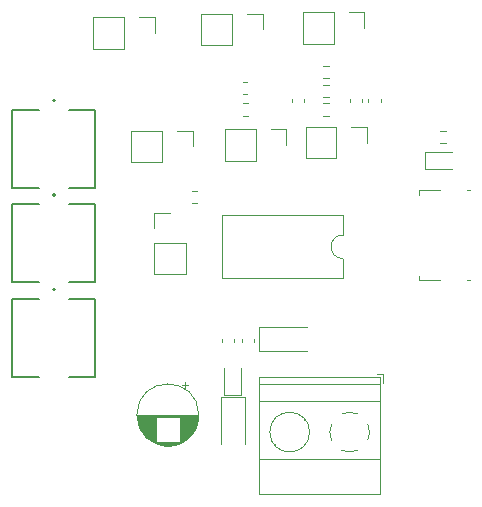
<source format=gbr>
%TF.GenerationSoftware,KiCad,Pcbnew,8.0.5*%
%TF.CreationDate,2024-09-29T15:37:39+05:30*%
%TF.ProjectId,waveform_generator,77617665-666f-4726-9d5f-67656e657261,rev?*%
%TF.SameCoordinates,Original*%
%TF.FileFunction,Legend,Top*%
%TF.FilePolarity,Positive*%
%FSLAX46Y46*%
G04 Gerber Fmt 4.6, Leading zero omitted, Abs format (unit mm)*
G04 Created by KiCad (PCBNEW 8.0.5) date 2024-09-29 15:37:39*
%MOMM*%
%LPD*%
G01*
G04 APERTURE LIST*
%ADD10C,0.120000*%
%ADD11C,0.127000*%
%ADD12C,0.200000*%
G04 APERTURE END LIST*
D10*
%TO.C,C5*%
X211090000Y-58784420D02*
X211090000Y-59065580D01*
X212110000Y-58784420D02*
X212110000Y-59065580D01*
%TO.C,J4*%
X201820000Y-92261000D02*
X201820000Y-82340000D01*
X203145000Y-88069000D02*
X203192000Y-88023000D01*
X203350000Y-88275000D02*
X203385000Y-88239000D01*
X205454000Y-85761000D02*
X205489000Y-85726000D01*
X205647000Y-85977000D02*
X205694000Y-85931000D01*
X212100000Y-82340000D02*
X201820000Y-82340000D01*
X212100000Y-82900000D02*
X201820000Y-82900000D01*
X212100000Y-84400000D02*
X201820000Y-84400000D01*
X212100000Y-89301000D02*
X201820000Y-89301000D01*
X212100000Y-92261000D02*
X201820000Y-92261000D01*
X212100000Y-92261000D02*
X212100000Y-82340000D01*
X212340000Y-82100000D02*
X211840000Y-82100000D01*
X212340000Y-82840000D02*
X212340000Y-82100000D01*
X207964573Y-87683042D02*
G75*
G02*
X207965000Y-86316000I1535427J683042D01*
G01*
X208816682Y-85465244D02*
G75*
G02*
X209500000Y-85320000I683318J-1534756D01*
G01*
X209471195Y-85319747D02*
G75*
G02*
X210184000Y-85465000I28806J-1680254D01*
G01*
X210183042Y-88535427D02*
G75*
G02*
X208816000Y-88535000I-683041J1535420D01*
G01*
X211035427Y-86316958D02*
G75*
G02*
X211035000Y-87684000I-1535420J-683041D01*
G01*
X206100000Y-87000000D02*
G75*
G02*
X202740000Y-87000000I-1680000J0D01*
G01*
X202740000Y-87000000D02*
G75*
G02*
X206100000Y-87000000I1680000J0D01*
G01*
%TO.C,C2*%
X200390000Y-79134420D02*
X200390000Y-79415580D01*
X201410000Y-79134420D02*
X201410000Y-79415580D01*
%TO.C,C6*%
X209490000Y-58759420D02*
X209490000Y-59040580D01*
X210510000Y-58759420D02*
X210510000Y-59040580D01*
%TO.C,JP4*%
X205770000Y-61170000D02*
X205770000Y-63830000D01*
X208370000Y-61170000D02*
X205770000Y-61170000D01*
X208370000Y-61170000D02*
X208370000Y-63830000D01*
X208370000Y-63830000D02*
X205770000Y-63830000D01*
X209640000Y-61170000D02*
X210970000Y-61170000D01*
X210970000Y-61170000D02*
X210970000Y-62500000D01*
%TO.C,J1*%
X187805000Y-51870000D02*
X187805000Y-54530000D01*
X190405000Y-51870000D02*
X187805000Y-51870000D01*
X190405000Y-51870000D02*
X190405000Y-54530000D01*
X190405000Y-54530000D02*
X187805000Y-54530000D01*
X191675000Y-51870000D02*
X193005000Y-51870000D01*
X193005000Y-51870000D02*
X193005000Y-53200000D01*
%TO.C,C8*%
X198865000Y-81587500D02*
X198865000Y-83872500D01*
X198865000Y-83872500D02*
X200335000Y-83872500D01*
X200335000Y-83872500D02*
X200335000Y-81587500D01*
%TO.C,R5*%
X207237742Y-55977500D02*
X207712258Y-55977500D01*
X207237742Y-57022500D02*
X207712258Y-57022500D01*
%TO.C,C3*%
X200484420Y-57390000D02*
X200765580Y-57390000D01*
X200484420Y-58410000D02*
X200765580Y-58410000D01*
%TO.C,R6*%
X217162742Y-61477500D02*
X217637258Y-61477500D01*
X217162742Y-62522500D02*
X217637258Y-62522500D01*
%TO.C,J2*%
X196930000Y-51570000D02*
X196930000Y-54230000D01*
X199530000Y-51570000D02*
X196930000Y-51570000D01*
X199530000Y-51570000D02*
X199530000Y-54230000D01*
X199530000Y-54230000D02*
X196930000Y-54230000D01*
X200800000Y-51570000D02*
X202130000Y-51570000D01*
X202130000Y-51570000D02*
X202130000Y-52900000D01*
%TO.C,C1*%
X198690000Y-79134420D02*
X198690000Y-79415580D01*
X199710000Y-79134420D02*
X199710000Y-79415580D01*
D11*
%TO.C,RV4*%
X180930000Y-82300000D02*
X180930000Y-75700000D01*
X180940000Y-75700000D02*
X183225000Y-75700000D01*
X183225000Y-82300000D02*
X180940000Y-82300000D01*
X185765000Y-75700000D02*
X187930000Y-75700000D01*
X187930000Y-75700000D02*
X187930000Y-82300000D01*
X187930000Y-82300000D02*
X185765000Y-82300000D01*
D12*
X184560000Y-74936000D02*
G75*
G02*
X184360000Y-74936000I-100000J0D01*
G01*
X184360000Y-74936000D02*
G75*
G02*
X184560000Y-74936000I100000J0D01*
G01*
D10*
%TO.C,U1*%
X198650000Y-68660000D02*
X198650000Y-73960000D01*
X198650000Y-73960000D02*
X208930000Y-73960000D01*
X208930000Y-68660000D02*
X198650000Y-68660000D01*
X208930000Y-70310000D02*
X208930000Y-68660000D01*
X208930000Y-73960000D02*
X208930000Y-72310000D01*
X208930000Y-72310000D02*
G75*
G02*
X208930000Y-70310000I0J1000000D01*
G01*
%TO.C,C4*%
X204590000Y-58784420D02*
X204590000Y-59065580D01*
X205610000Y-58784420D02*
X205610000Y-59065580D01*
D11*
%TO.C,RV2*%
X180930000Y-74300000D02*
X180930000Y-67700000D01*
X180940000Y-67700000D02*
X183225000Y-67700000D01*
X183225000Y-74300000D02*
X180940000Y-74300000D01*
X185765000Y-67700000D02*
X187930000Y-67700000D01*
X187930000Y-67700000D02*
X187930000Y-74300000D01*
X187930000Y-74300000D02*
X185765000Y-74300000D01*
D12*
X184560000Y-66936000D02*
G75*
G02*
X184360000Y-66936000I-100000J0D01*
G01*
X184360000Y-66936000D02*
G75*
G02*
X184560000Y-66936000I100000J0D01*
G01*
D10*
%TO.C,J5*%
X215390000Y-66540000D02*
X215390000Y-66920000D01*
X215390000Y-66540000D02*
X217160000Y-66540000D01*
X215390000Y-74160000D02*
X215390000Y-73780000D01*
X217160000Y-74160000D02*
X215390000Y-74160000D01*
X219440000Y-66540000D02*
X219700000Y-66540000D01*
X219700000Y-74160000D02*
X219440000Y-74160000D01*
%TO.C,R4*%
X207712258Y-57577500D02*
X207237742Y-57577500D01*
X207712258Y-58622500D02*
X207237742Y-58622500D01*
%TO.C,R2*%
X200912258Y-59177500D02*
X200437742Y-59177500D01*
X200912258Y-60222500D02*
X200437742Y-60222500D01*
%TO.C,JP2*%
X191005000Y-61470000D02*
X191005000Y-64130000D01*
X193605000Y-61470000D02*
X191005000Y-61470000D01*
X193605000Y-61470000D02*
X193605000Y-64130000D01*
X193605000Y-64130000D02*
X191005000Y-64130000D01*
X194875000Y-61470000D02*
X196205000Y-61470000D01*
X196205000Y-61470000D02*
X196205000Y-62800000D01*
%TO.C,D2*%
X201840000Y-78100000D02*
X201840000Y-80100000D01*
X201840000Y-78100000D02*
X205850000Y-78100000D01*
X201840000Y-80100000D02*
X205850000Y-80100000D01*
%TO.C,D1*%
X198600000Y-84040000D02*
X198600000Y-88050000D01*
X200600000Y-84040000D02*
X198600000Y-84040000D01*
X200600000Y-84040000D02*
X200600000Y-88050000D01*
D11*
%TO.C,RV1*%
X180930000Y-66300000D02*
X180930000Y-59700000D01*
X180940000Y-59700000D02*
X183225000Y-59700000D01*
X183225000Y-66300000D02*
X180940000Y-66300000D01*
X185765000Y-59700000D02*
X187930000Y-59700000D01*
X187930000Y-59700000D02*
X187930000Y-66300000D01*
X187930000Y-66300000D02*
X185765000Y-66300000D01*
D12*
X184560000Y-58936000D02*
G75*
G02*
X184360000Y-58936000I-100000J0D01*
G01*
X184360000Y-58936000D02*
G75*
G02*
X184560000Y-58936000I100000J0D01*
G01*
D10*
%TO.C,JP3*%
X198930000Y-61370000D02*
X198930000Y-64030000D01*
X201530000Y-61370000D02*
X198930000Y-61370000D01*
X201530000Y-61370000D02*
X201530000Y-64030000D01*
X201530000Y-64030000D02*
X198930000Y-64030000D01*
X202800000Y-61370000D02*
X204130000Y-61370000D01*
X204130000Y-61370000D02*
X204130000Y-62700000D01*
%TO.C,R3*%
X207237742Y-59177500D02*
X207712258Y-59177500D01*
X207237742Y-60222500D02*
X207712258Y-60222500D01*
%TO.C,C7*%
X193060000Y-85784888D02*
X191531000Y-85784888D01*
X193060000Y-85824888D02*
X191535000Y-85824888D01*
X193060000Y-85864888D02*
X191539000Y-85864888D01*
X193060000Y-85904888D02*
X191544000Y-85904888D01*
X193060000Y-85944888D02*
X191550000Y-85944888D01*
X193060000Y-85984888D02*
X191557000Y-85984888D01*
X193060000Y-86024888D02*
X191564000Y-86024888D01*
X193060000Y-86064888D02*
X191572000Y-86064888D01*
X193060000Y-86104888D02*
X191580000Y-86104888D01*
X193060000Y-86144888D02*
X191589000Y-86144888D01*
X193060000Y-86184888D02*
X191599000Y-86184888D01*
X193060000Y-86224888D02*
X191609000Y-86224888D01*
X193060000Y-86265888D02*
X191620000Y-86265888D01*
X193060000Y-86305888D02*
X191632000Y-86305888D01*
X193060000Y-86345888D02*
X191645000Y-86345888D01*
X193060000Y-86385888D02*
X191658000Y-86385888D01*
X193060000Y-86425888D02*
X191672000Y-86425888D01*
X193060000Y-86465888D02*
X191686000Y-86465888D01*
X193060000Y-86505888D02*
X191702000Y-86505888D01*
X193060000Y-86545888D02*
X191718000Y-86545888D01*
X193060000Y-86585888D02*
X191735000Y-86585888D01*
X193060000Y-86625888D02*
X191752000Y-86625888D01*
X193060000Y-86665888D02*
X191771000Y-86665888D01*
X193060000Y-86705888D02*
X191790000Y-86705888D01*
X193060000Y-86745888D02*
X191810000Y-86745888D01*
X193060000Y-86785888D02*
X191832000Y-86785888D01*
X193060000Y-86825888D02*
X191853000Y-86825888D01*
X193060000Y-86865888D02*
X191876000Y-86865888D01*
X193060000Y-86905888D02*
X191900000Y-86905888D01*
X193060000Y-86945888D02*
X191925000Y-86945888D01*
X193060000Y-86985888D02*
X191951000Y-86985888D01*
X193060000Y-87025888D02*
X191978000Y-87025888D01*
X193060000Y-87065888D02*
X192005000Y-87065888D01*
X193060000Y-87105888D02*
X192035000Y-87105888D01*
X193060000Y-87145888D02*
X192065000Y-87145888D01*
X193060000Y-87185888D02*
X192096000Y-87185888D01*
X193060000Y-87225888D02*
X192129000Y-87225888D01*
X193060000Y-87265888D02*
X192163000Y-87265888D01*
X193060000Y-87305888D02*
X192199000Y-87305888D01*
X193060000Y-87345888D02*
X192236000Y-87345888D01*
X193060000Y-87385888D02*
X192274000Y-87385888D01*
X193060000Y-87425888D02*
X192315000Y-87425888D01*
X193060000Y-87465888D02*
X192357000Y-87465888D01*
X193060000Y-87505888D02*
X192401000Y-87505888D01*
X193060000Y-87545888D02*
X192447000Y-87545888D01*
X193060000Y-87585888D02*
X192495000Y-87585888D01*
X193060000Y-87625888D02*
X192546000Y-87625888D01*
X193060000Y-87665888D02*
X192600000Y-87665888D01*
X193060000Y-87705888D02*
X192657000Y-87705888D01*
X193060000Y-87745888D02*
X192717000Y-87745888D01*
X193060000Y-87785888D02*
X192781000Y-87785888D01*
X193060000Y-87825888D02*
X192849000Y-87825888D01*
X194384000Y-88145888D02*
X193816000Y-88145888D01*
X194618000Y-88105888D02*
X193582000Y-88105888D01*
X194777000Y-88065888D02*
X193423000Y-88065888D01*
X194905000Y-88025888D02*
X193295000Y-88025888D01*
X195015000Y-87985888D02*
X193185000Y-87985888D01*
X195111000Y-87945888D02*
X193089000Y-87945888D01*
X195198000Y-87905888D02*
X193002000Y-87905888D01*
X195278000Y-87865888D02*
X192922000Y-87865888D01*
X195351000Y-87825888D02*
X195140000Y-87825888D01*
X195419000Y-87785888D02*
X195140000Y-87785888D01*
X195483000Y-87745888D02*
X195140000Y-87745888D01*
X195543000Y-87705888D02*
X195140000Y-87705888D01*
X195575000Y-82740113D02*
X195575000Y-83240113D01*
X195600000Y-87665888D02*
X195140000Y-87665888D01*
X195654000Y-87625888D02*
X195140000Y-87625888D01*
X195705000Y-87585888D02*
X195140000Y-87585888D01*
X195753000Y-87545888D02*
X195140000Y-87545888D01*
X195799000Y-87505888D02*
X195140000Y-87505888D01*
X195825000Y-82990113D02*
X195325000Y-82990113D01*
X195843000Y-87465888D02*
X195140000Y-87465888D01*
X195885000Y-87425888D02*
X195140000Y-87425888D01*
X195926000Y-87385888D02*
X195140000Y-87385888D01*
X195964000Y-87345888D02*
X195140000Y-87345888D01*
X196001000Y-87305888D02*
X195140000Y-87305888D01*
X196037000Y-87265888D02*
X195140000Y-87265888D01*
X196071000Y-87225888D02*
X195140000Y-87225888D01*
X196104000Y-87185888D02*
X195140000Y-87185888D01*
X196135000Y-87145888D02*
X195140000Y-87145888D01*
X196165000Y-87105888D02*
X195140000Y-87105888D01*
X196195000Y-87065888D02*
X195140000Y-87065888D01*
X196222000Y-87025888D02*
X195140000Y-87025888D01*
X196249000Y-86985888D02*
X195140000Y-86985888D01*
X196275000Y-86945888D02*
X195140000Y-86945888D01*
X196300000Y-86905888D02*
X195140000Y-86905888D01*
X196324000Y-86865888D02*
X195140000Y-86865888D01*
X196347000Y-86825888D02*
X195140000Y-86825888D01*
X196368000Y-86785888D02*
X195140000Y-86785888D01*
X196390000Y-86745888D02*
X195140000Y-86745888D01*
X196410000Y-86705888D02*
X195140000Y-86705888D01*
X196429000Y-86665888D02*
X195140000Y-86665888D01*
X196448000Y-86625888D02*
X195140000Y-86625888D01*
X196465000Y-86585888D02*
X195140000Y-86585888D01*
X196482000Y-86545888D02*
X195140000Y-86545888D01*
X196498000Y-86505888D02*
X195140000Y-86505888D01*
X196514000Y-86465888D02*
X195140000Y-86465888D01*
X196528000Y-86425888D02*
X195140000Y-86425888D01*
X196542000Y-86385888D02*
X195140000Y-86385888D01*
X196555000Y-86345888D02*
X195140000Y-86345888D01*
X196568000Y-86305888D02*
X195140000Y-86305888D01*
X196580000Y-86265888D02*
X195140000Y-86265888D01*
X196591000Y-86224888D02*
X195140000Y-86224888D01*
X196601000Y-86184888D02*
X195140000Y-86184888D01*
X196611000Y-86144888D02*
X195140000Y-86144888D01*
X196620000Y-86104888D02*
X195140000Y-86104888D01*
X196628000Y-86064888D02*
X195140000Y-86064888D01*
X196636000Y-86024888D02*
X195140000Y-86024888D01*
X196643000Y-85984888D02*
X195140000Y-85984888D01*
X196650000Y-85944888D02*
X195140000Y-85944888D01*
X196656000Y-85904888D02*
X195140000Y-85904888D01*
X196661000Y-85864888D02*
X195140000Y-85864888D01*
X196665000Y-85824888D02*
X195140000Y-85824888D01*
X196669000Y-85784888D02*
X195140000Y-85784888D01*
X196673000Y-85744888D02*
X191527000Y-85744888D01*
X196676000Y-85704888D02*
X191524000Y-85704888D01*
X196678000Y-85664888D02*
X191522000Y-85664888D01*
X196679000Y-85624888D02*
X191521000Y-85624888D01*
X196680000Y-85544888D02*
X191520000Y-85544888D01*
X196680000Y-85584888D02*
X191520000Y-85584888D01*
X196720000Y-85544888D02*
G75*
G02*
X191480000Y-85544888I-2620000J0D01*
G01*
X191480000Y-85544888D02*
G75*
G02*
X196720000Y-85544888I2620000J0D01*
G01*
%TO.C,D3*%
X215915000Y-63265000D02*
X215915000Y-64735000D01*
X215915000Y-64735000D02*
X218200000Y-64735000D01*
X218200000Y-63265000D02*
X215915000Y-63265000D01*
%TO.C,JP1*%
X192970000Y-68430000D02*
X194300000Y-68430000D01*
X192970000Y-69760000D02*
X192970000Y-68430000D01*
X192970000Y-71030000D02*
X192970000Y-73630000D01*
X192970000Y-71030000D02*
X195630000Y-71030000D01*
X192970000Y-73630000D02*
X195630000Y-73630000D01*
X195630000Y-71030000D02*
X195630000Y-73630000D01*
%TO.C,J3*%
X205530000Y-51470000D02*
X205530000Y-54130000D01*
X208130000Y-51470000D02*
X205530000Y-51470000D01*
X208130000Y-51470000D02*
X208130000Y-54130000D01*
X208130000Y-54130000D02*
X205530000Y-54130000D01*
X209400000Y-51470000D02*
X210730000Y-51470000D01*
X210730000Y-51470000D02*
X210730000Y-52800000D01*
%TO.C,R1*%
X196612258Y-66577500D02*
X196137742Y-66577500D01*
X196612258Y-67622500D02*
X196137742Y-67622500D01*
%TD*%
M02*

</source>
